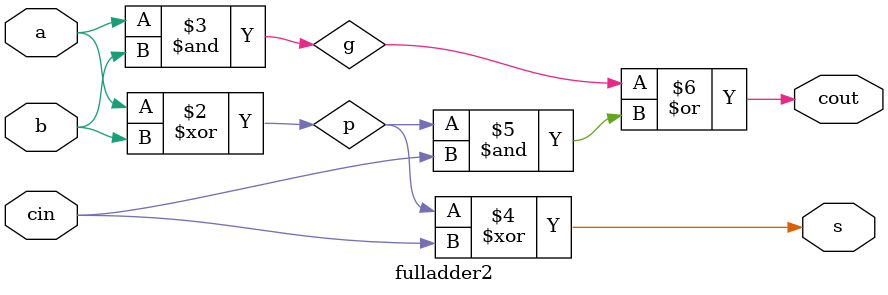
<source format=sv>
module fulladder2(input logic a,b,cin,
                    output logic s,cout);

logic p,g;

always_comb 
    begin
        p=a^b;
        g=a&b;
        s=p^cin;
        cout=g|(p&cin);
    end
endmodule
</source>
